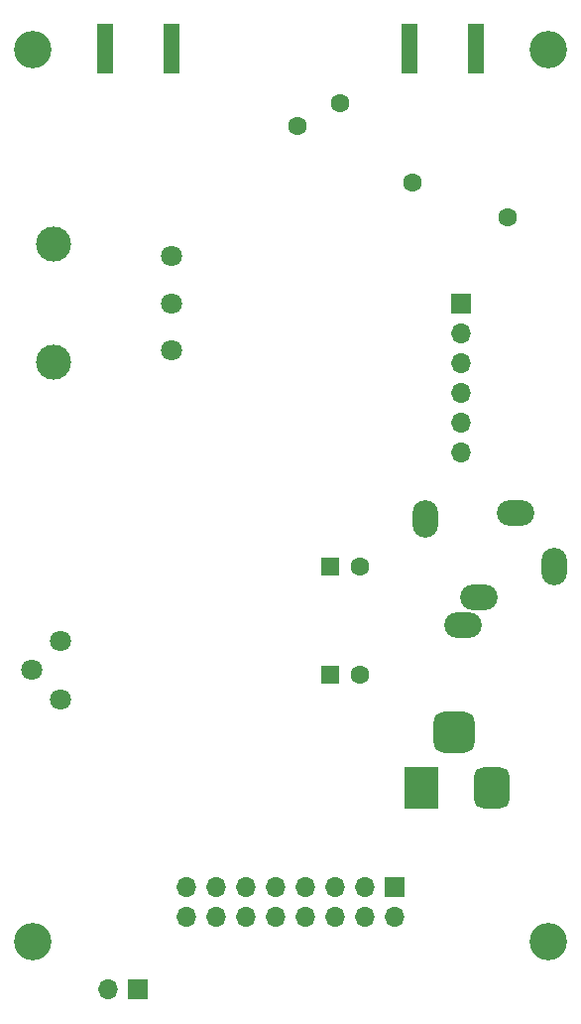
<source format=gbr>
%TF.GenerationSoftware,KiCad,Pcbnew,7.0.1*%
%TF.CreationDate,2023-04-12T14:42:12+09:00*%
%TF.ProjectId,KiCad-Si4735,4b694361-642d-4536-9934-3733352e6b69,rev?*%
%TF.SameCoordinates,PX6bc3e40PY88601c0*%
%TF.FileFunction,Soldermask,Bot*%
%TF.FilePolarity,Negative*%
%FSLAX46Y46*%
G04 Gerber Fmt 4.6, Leading zero omitted, Abs format (unit mm)*
G04 Created by KiCad (PCBNEW 7.0.1) date 2023-04-12 14:42:12*
%MOMM*%
%LPD*%
G01*
G04 APERTURE LIST*
G04 Aperture macros list*
%AMRoundRect*
0 Rectangle with rounded corners*
0 $1 Rounding radius*
0 $2 $3 $4 $5 $6 $7 $8 $9 X,Y pos of 4 corners*
0 Add a 4 corners polygon primitive as box body*
4,1,4,$2,$3,$4,$5,$6,$7,$8,$9,$2,$3,0*
0 Add four circle primitives for the rounded corners*
1,1,$1+$1,$2,$3*
1,1,$1+$1,$4,$5*
1,1,$1+$1,$6,$7*
1,1,$1+$1,$8,$9*
0 Add four rect primitives between the rounded corners*
20,1,$1+$1,$2,$3,$4,$5,0*
20,1,$1+$1,$4,$5,$6,$7,0*
20,1,$1+$1,$6,$7,$8,$9,0*
20,1,$1+$1,$8,$9,$2,$3,0*%
G04 Aperture macros list end*
%ADD10C,3.200000*%
%ADD11R,1.700000X1.700000*%
%ADD12O,1.700000X1.700000*%
%ADD13R,3.000000X3.600000*%
%ADD14RoundRect,0.750000X0.750000X1.000000X-0.750000X1.000000X-0.750000X-1.000000X0.750000X-1.000000X0*%
%ADD15RoundRect,0.875000X0.875000X0.875000X-0.875000X0.875000X-0.875000X-0.875000X0.875000X-0.875000X0*%
%ADD16C,1.800000*%
%ADD17C,1.600000*%
%ADD18R,1.600000X1.600000*%
%ADD19R,1.350000X4.200000*%
%ADD20C,3.000000*%
%ADD21O,3.200000X2.200000*%
%ADD22O,2.200000X3.200000*%
G04 APERTURE END LIST*
D10*
%TO.C,H4*%
X3000000Y6920000D03*
%TD*%
%TO.C,H2*%
X3000000Y83000000D03*
%TD*%
%TO.C,H3*%
X47000000Y6920000D03*
%TD*%
D11*
%TO.C,J3*%
X33875000Y11540000D03*
D12*
X33875000Y9000000D03*
X31335000Y11540000D03*
X31335000Y9000000D03*
X28795000Y11540000D03*
X28795000Y9000000D03*
X26255000Y11540000D03*
X26255000Y9000000D03*
X23715000Y11540000D03*
X23715000Y9000000D03*
X21175000Y11540000D03*
X21175000Y9000000D03*
X18635000Y11540000D03*
X18635000Y9000000D03*
X16095000Y11540000D03*
X16095000Y9000000D03*
%TD*%
D13*
%TO.C,J2*%
X36187500Y20042500D03*
D14*
X42187500Y20042500D03*
D15*
X38987500Y24742500D03*
%TD*%
D16*
%TO.C,RV2*%
X5400000Y32600000D03*
X2900000Y30100000D03*
X5400000Y27600000D03*
%TD*%
D17*
%TO.C,L2*%
X35400000Y71700000D03*
X43600000Y68700000D03*
%TD*%
D11*
%TO.C,J1*%
X39625000Y61350000D03*
D12*
X39625000Y58810000D03*
X39625000Y56270000D03*
X39625000Y53730000D03*
X39625000Y51190000D03*
X39625000Y48650000D03*
%TD*%
D18*
%TO.C,C17*%
X28447349Y38900000D03*
D17*
X30947349Y38900000D03*
%TD*%
D19*
%TO.C,J4*%
X14825000Y83142500D03*
X9175000Y83142500D03*
%TD*%
D20*
%TO.C,RV1*%
X4825000Y56400000D03*
X4825000Y66400000D03*
D16*
X14825000Y57400000D03*
X14825000Y61400000D03*
X14825000Y65400000D03*
%TD*%
D18*
%TO.C,C21*%
X28447349Y29700000D03*
D17*
X30947349Y29700000D03*
%TD*%
%TO.C,L1*%
X29300000Y78500000D03*
X25600000Y76500000D03*
%TD*%
D10*
%TO.C,H1*%
X47000000Y83000000D03*
%TD*%
D21*
%TO.C,J6*%
X39750000Y33900000D03*
X41150000Y36300000D03*
D22*
X47550000Y38950000D03*
D21*
X44250000Y43500000D03*
D22*
X36550000Y42950000D03*
%TD*%
D19*
%TO.C,J5*%
X40825000Y83142500D03*
X35175000Y83142500D03*
%TD*%
D11*
%TO.C,LS1*%
X11975000Y2825000D03*
D12*
X9435000Y2825000D03*
%TD*%
M02*

</source>
